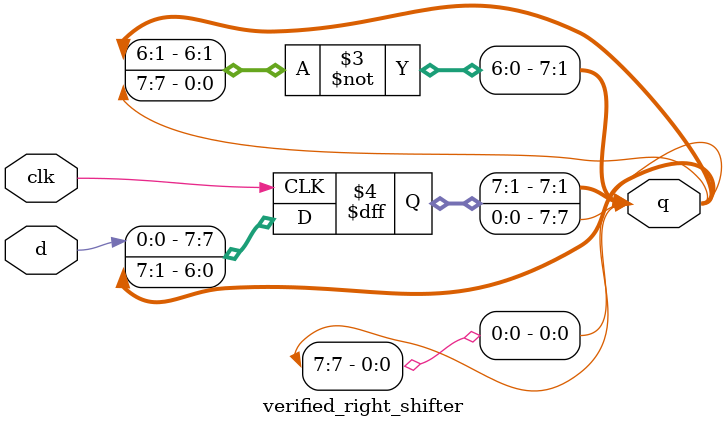
<source format=v>
module verified_right_shifter(
	input clk,
	input d,
	output [7:0] q  // Must be output!
    );

	 reg [7:0] q;

	 always @(posedge clk) begin
		q <= (q >> 1);
		q[7] <= d;
	 end

	 assign q = {~{q[6:0]},q[7]};
endmodule
</source>
